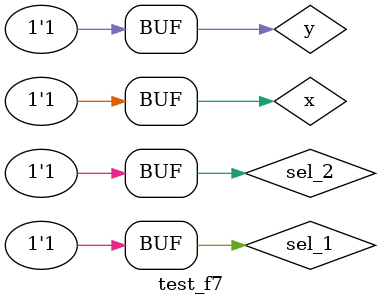
<source format=v>
/*
    -identificação: 

Guia_0704 - 12 / 09 / 2024

Nome: Davi Cândido de Almeida
Matricula: 857859
Código de Pessoa: 1527368

*/



 module f0704( output s, input a, input b, input sel_1, input sel_2 );
    
    // definir dados locais

    xor XOR1(xor1, a, b);
    and AND1(and1, xor1, sel_1, ~sel_2);

    nor NOR1(nor1, a, b);
    and AND2(and2, nor1, ~sel_1, ~sel_2);

    or OR1(or1, a, b);
    and AND3(and3, or1, ~sel_1, sel_2);

    xnor XNOR1(xnor1, a, b);
    and AND4(and4, xnor1, sel_1, sel_2);

    or OR2(s, and1, and2, and3, and4);

 endmodule // mux
    
 module test_f7;

    // ------------------------- definir dados
    reg x;
    reg y;
    reg sel_1;
    reg sel_2;


    f0704 f0704 ( Resf0704, x, y, sel_1, sel_2 );

    // ------------------------- parte principal
    initial
    begin : main
        $display("Guia_0704 - Davi Cândido de Almeida - 857859");
 
        $display("   x    y     00-NOR 01-OR 10-XOR 11-XNOR    NOR/OR/XOR/XNOR");
        // projetar testes do modulo
        #1 x = 1'b0; y = 1'b0; sel_1 = 1'b0; sel_2 = 1'b0;

        #1 $monitor("%4b %4b\t\t\t\t %4b%4b \t\t\t\t%4b", x, y, sel_1, sel_2, Resf0704);
        //#1 $monitor("%4b %4b %4b  %4b %4b", x, y, sel, Resf0704_or, Resf0704_Nor);

        #1 x = 1'b0; y = 1'b0; sel_1 = 1'b0; sel_2 = 1'b1;
        #1 x = 1'b0; y = 1'b0; sel_1 = 1'b1; sel_2 = 1'b0;
        #1 x = 1'b0; y = 1'b0; sel_1 = 1'b1; sel_2 = 1'b1;

        #1 x = 1'b0; y = 1'b1; sel_1 = 1'b0; sel_2 = 1'b0;
        #1 x = 1'b0; y = 1'b1; sel_1 = 1'b0; sel_2 = 1'b1;
        #1 x = 1'b0; y = 1'b1; sel_1 = 1'b1; sel_2 = 1'b0;
        #1 x = 1'b0; y = 1'b1; sel_1 = 1'b1; sel_2 = 1'b1;

        #1 x = 1'b1; y = 1'b0; sel_1 = 1'b0; sel_2 = 1'b0;
        #1 x = 1'b1; y = 1'b0; sel_1 = 1'b0; sel_2 = 1'b1;
        #1 x = 1'b1; y = 1'b0; sel_1 = 1'b1; sel_2 = 1'b0;
        #1 x = 1'b1; y = 1'b0; sel_1 = 1'b1; sel_2 = 1'b1;

        #1 x = 1'b1; y = 1'b1; sel_1 = 1'b0; sel_2 = 1'b0;
        #1 x = 1'b1; y = 1'b1; sel_1 = 1'b0; sel_2 = 1'b1;
        #1 x = 1'b1; y = 1'b1; sel_1 = 1'b1; sel_2 = 1'b0;
        #1 x = 1'b1; y = 1'b1; sel_1 = 1'b1; sel_2 = 1'b1;


    end
endmodule // test_f7


/*
    -Saídas de resultados:

[Running] Guia_0704.v
Guia_0704 - Davi Cândido de Almeida - 857859
   x    y     00-NOR 01-OR 10-XOR 11-XNOR    NOR/OR/XOR/XNOR
   0    0				    0   0 				   1
   0    0				    0   1 				   0
   0    0				    1   0 				   0
   0    0				    1   1 				   1
   0    1				    0   0 				   0
   0    1				    0   1 				   1
   0    1				    1   0 				   1
   0    1				    1   1 				   0
   1    0				    0   0 				   0
   1    0				    0   1 				   1
   1    0				    1   0 				   1
   1    0				    1   1 				   0
   1    1				    0   0 				   0
   1    1				    0   1 				   1
   1    1				    1   0 				   0
   1    1				    1   1 				   1
*/

/*
    -Notas:

Para compilar: iverilog -o Guia_0704.vvp Guia_0704.v
Para executar: vvp Guia_0704.vvp
*/


</source>
